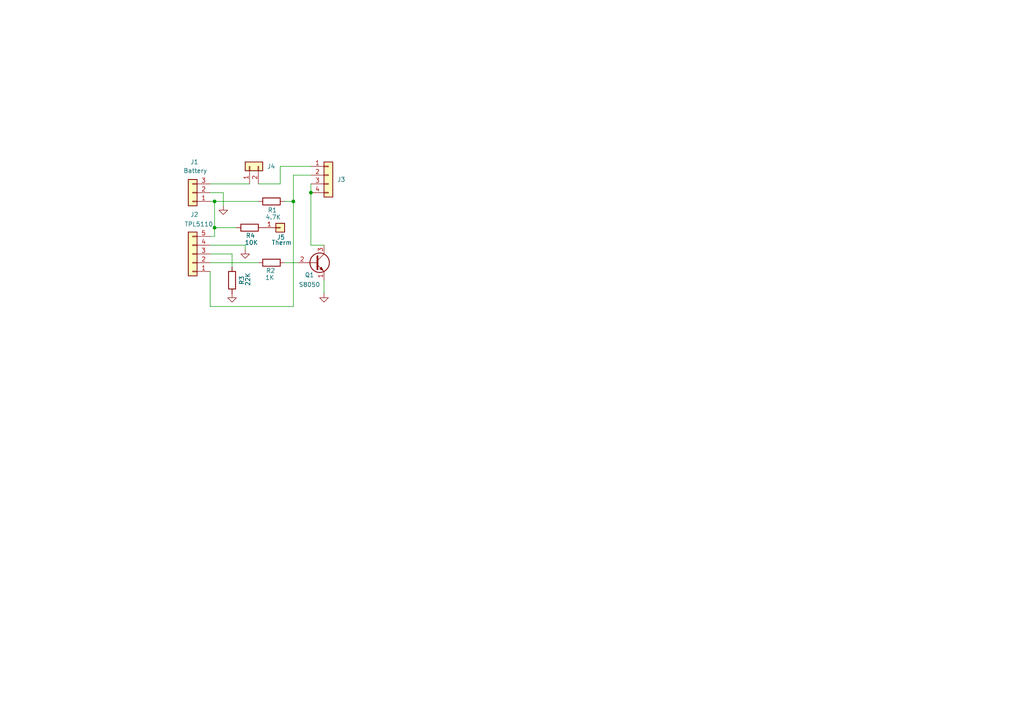
<source format=kicad_sch>
(kicad_sch
	(version 20250114)
	(generator "eeschema")
	(generator_version "9.0")
	(uuid "52b8e1c0-060e-4a7a-8f09-f02a4993825a")
	(paper "A4")
	(lib_symbols
		(symbol "Connector_Generic:Conn_01x01"
			(pin_names
				(offset 1.016)
				(hide yes)
			)
			(exclude_from_sim no)
			(in_bom yes)
			(on_board yes)
			(property "Reference" "J"
				(at 0 2.54 0)
				(effects
					(font
						(size 1.27 1.27)
					)
				)
			)
			(property "Value" "Conn_01x01"
				(at 0 -2.54 0)
				(effects
					(font
						(size 1.27 1.27)
					)
				)
			)
			(property "Footprint" ""
				(at 0 0 0)
				(effects
					(font
						(size 1.27 1.27)
					)
					(hide yes)
				)
			)
			(property "Datasheet" "~"
				(at 0 0 0)
				(effects
					(font
						(size 1.27 1.27)
					)
					(hide yes)
				)
			)
			(property "Description" "Generic connector, single row, 01x01, script generated (kicad-library-utils/schlib/autogen/connector/)"
				(at 0 0 0)
				(effects
					(font
						(size 1.27 1.27)
					)
					(hide yes)
				)
			)
			(property "ki_keywords" "connector"
				(at 0 0 0)
				(effects
					(font
						(size 1.27 1.27)
					)
					(hide yes)
				)
			)
			(property "ki_fp_filters" "Connector*:*_1x??_*"
				(at 0 0 0)
				(effects
					(font
						(size 1.27 1.27)
					)
					(hide yes)
				)
			)
			(symbol "Conn_01x01_1_1"
				(rectangle
					(start -1.27 1.27)
					(end 1.27 -1.27)
					(stroke
						(width 0.254)
						(type default)
					)
					(fill
						(type background)
					)
				)
				(rectangle
					(start -1.27 0.127)
					(end 0 -0.127)
					(stroke
						(width 0.1524)
						(type default)
					)
					(fill
						(type none)
					)
				)
				(pin passive line
					(at -5.08 0 0)
					(length 3.81)
					(name "Pin_1"
						(effects
							(font
								(size 1.27 1.27)
							)
						)
					)
					(number "1"
						(effects
							(font
								(size 1.27 1.27)
							)
						)
					)
				)
			)
			(embedded_fonts no)
		)
		(symbol "Connector_Generic:Conn_01x02"
			(pin_names
				(offset 1.016)
				(hide yes)
			)
			(exclude_from_sim no)
			(in_bom yes)
			(on_board yes)
			(property "Reference" "J"
				(at 0 2.54 0)
				(effects
					(font
						(size 1.27 1.27)
					)
				)
			)
			(property "Value" "Conn_01x02"
				(at 0 -5.08 0)
				(effects
					(font
						(size 1.27 1.27)
					)
				)
			)
			(property "Footprint" ""
				(at 0 0 0)
				(effects
					(font
						(size 1.27 1.27)
					)
					(hide yes)
				)
			)
			(property "Datasheet" "~"
				(at 0 0 0)
				(effects
					(font
						(size 1.27 1.27)
					)
					(hide yes)
				)
			)
			(property "Description" "Generic connector, single row, 01x02, script generated (kicad-library-utils/schlib/autogen/connector/)"
				(at 0 0 0)
				(effects
					(font
						(size 1.27 1.27)
					)
					(hide yes)
				)
			)
			(property "ki_keywords" "connector"
				(at 0 0 0)
				(effects
					(font
						(size 1.27 1.27)
					)
					(hide yes)
				)
			)
			(property "ki_fp_filters" "Connector*:*_1x??_*"
				(at 0 0 0)
				(effects
					(font
						(size 1.27 1.27)
					)
					(hide yes)
				)
			)
			(symbol "Conn_01x02_1_1"
				(rectangle
					(start -1.27 1.27)
					(end 1.27 -3.81)
					(stroke
						(width 0.254)
						(type default)
					)
					(fill
						(type background)
					)
				)
				(rectangle
					(start -1.27 0.127)
					(end 0 -0.127)
					(stroke
						(width 0.1524)
						(type default)
					)
					(fill
						(type none)
					)
				)
				(rectangle
					(start -1.27 -2.413)
					(end 0 -2.667)
					(stroke
						(width 0.1524)
						(type default)
					)
					(fill
						(type none)
					)
				)
				(pin passive line
					(at -5.08 0 0)
					(length 3.81)
					(name "Pin_1"
						(effects
							(font
								(size 1.27 1.27)
							)
						)
					)
					(number "1"
						(effects
							(font
								(size 1.27 1.27)
							)
						)
					)
				)
				(pin passive line
					(at -5.08 -2.54 0)
					(length 3.81)
					(name "Pin_2"
						(effects
							(font
								(size 1.27 1.27)
							)
						)
					)
					(number "2"
						(effects
							(font
								(size 1.27 1.27)
							)
						)
					)
				)
			)
			(embedded_fonts no)
		)
		(symbol "Connector_Generic:Conn_01x03"
			(pin_names
				(offset 1.016)
				(hide yes)
			)
			(exclude_from_sim no)
			(in_bom yes)
			(on_board yes)
			(property "Reference" "J"
				(at 0 5.08 0)
				(effects
					(font
						(size 1.27 1.27)
					)
				)
			)
			(property "Value" "Conn_01x03"
				(at 0 -5.08 0)
				(effects
					(font
						(size 1.27 1.27)
					)
				)
			)
			(property "Footprint" ""
				(at 0 0 0)
				(effects
					(font
						(size 1.27 1.27)
					)
					(hide yes)
				)
			)
			(property "Datasheet" "~"
				(at 0 0 0)
				(effects
					(font
						(size 1.27 1.27)
					)
					(hide yes)
				)
			)
			(property "Description" "Generic connector, single row, 01x03, script generated (kicad-library-utils/schlib/autogen/connector/)"
				(at 0 0 0)
				(effects
					(font
						(size 1.27 1.27)
					)
					(hide yes)
				)
			)
			(property "ki_keywords" "connector"
				(at 0 0 0)
				(effects
					(font
						(size 1.27 1.27)
					)
					(hide yes)
				)
			)
			(property "ki_fp_filters" "Connector*:*_1x??_*"
				(at 0 0 0)
				(effects
					(font
						(size 1.27 1.27)
					)
					(hide yes)
				)
			)
			(symbol "Conn_01x03_1_1"
				(rectangle
					(start -1.27 3.81)
					(end 1.27 -3.81)
					(stroke
						(width 0.254)
						(type default)
					)
					(fill
						(type background)
					)
				)
				(rectangle
					(start -1.27 2.667)
					(end 0 2.413)
					(stroke
						(width 0.1524)
						(type default)
					)
					(fill
						(type none)
					)
				)
				(rectangle
					(start -1.27 0.127)
					(end 0 -0.127)
					(stroke
						(width 0.1524)
						(type default)
					)
					(fill
						(type none)
					)
				)
				(rectangle
					(start -1.27 -2.413)
					(end 0 -2.667)
					(stroke
						(width 0.1524)
						(type default)
					)
					(fill
						(type none)
					)
				)
				(pin passive line
					(at -5.08 2.54 0)
					(length 3.81)
					(name "Pin_1"
						(effects
							(font
								(size 1.27 1.27)
							)
						)
					)
					(number "1"
						(effects
							(font
								(size 1.27 1.27)
							)
						)
					)
				)
				(pin passive line
					(at -5.08 0 0)
					(length 3.81)
					(name "Pin_2"
						(effects
							(font
								(size 1.27 1.27)
							)
						)
					)
					(number "2"
						(effects
							(font
								(size 1.27 1.27)
							)
						)
					)
				)
				(pin passive line
					(at -5.08 -2.54 0)
					(length 3.81)
					(name "Pin_3"
						(effects
							(font
								(size 1.27 1.27)
							)
						)
					)
					(number "3"
						(effects
							(font
								(size 1.27 1.27)
							)
						)
					)
				)
			)
			(embedded_fonts no)
		)
		(symbol "Connector_Generic:Conn_01x04"
			(pin_names
				(offset 1.016)
				(hide yes)
			)
			(exclude_from_sim no)
			(in_bom yes)
			(on_board yes)
			(property "Reference" "J"
				(at 0 5.08 0)
				(effects
					(font
						(size 1.27 1.27)
					)
				)
			)
			(property "Value" "Conn_01x04"
				(at 0 -7.62 0)
				(effects
					(font
						(size 1.27 1.27)
					)
				)
			)
			(property "Footprint" ""
				(at 0 0 0)
				(effects
					(font
						(size 1.27 1.27)
					)
					(hide yes)
				)
			)
			(property "Datasheet" "~"
				(at 0 0 0)
				(effects
					(font
						(size 1.27 1.27)
					)
					(hide yes)
				)
			)
			(property "Description" "Generic connector, single row, 01x04, script generated (kicad-library-utils/schlib/autogen/connector/)"
				(at 0 0 0)
				(effects
					(font
						(size 1.27 1.27)
					)
					(hide yes)
				)
			)
			(property "ki_keywords" "connector"
				(at 0 0 0)
				(effects
					(font
						(size 1.27 1.27)
					)
					(hide yes)
				)
			)
			(property "ki_fp_filters" "Connector*:*_1x??_*"
				(at 0 0 0)
				(effects
					(font
						(size 1.27 1.27)
					)
					(hide yes)
				)
			)
			(symbol "Conn_01x04_1_1"
				(rectangle
					(start -1.27 3.81)
					(end 1.27 -6.35)
					(stroke
						(width 0.254)
						(type default)
					)
					(fill
						(type background)
					)
				)
				(rectangle
					(start -1.27 2.667)
					(end 0 2.413)
					(stroke
						(width 0.1524)
						(type default)
					)
					(fill
						(type none)
					)
				)
				(rectangle
					(start -1.27 0.127)
					(end 0 -0.127)
					(stroke
						(width 0.1524)
						(type default)
					)
					(fill
						(type none)
					)
				)
				(rectangle
					(start -1.27 -2.413)
					(end 0 -2.667)
					(stroke
						(width 0.1524)
						(type default)
					)
					(fill
						(type none)
					)
				)
				(rectangle
					(start -1.27 -4.953)
					(end 0 -5.207)
					(stroke
						(width 0.1524)
						(type default)
					)
					(fill
						(type none)
					)
				)
				(pin passive line
					(at -5.08 2.54 0)
					(length 3.81)
					(name "Pin_1"
						(effects
							(font
								(size 1.27 1.27)
							)
						)
					)
					(number "1"
						(effects
							(font
								(size 1.27 1.27)
							)
						)
					)
				)
				(pin passive line
					(at -5.08 0 0)
					(length 3.81)
					(name "Pin_2"
						(effects
							(font
								(size 1.27 1.27)
							)
						)
					)
					(number "2"
						(effects
							(font
								(size 1.27 1.27)
							)
						)
					)
				)
				(pin passive line
					(at -5.08 -2.54 0)
					(length 3.81)
					(name "Pin_3"
						(effects
							(font
								(size 1.27 1.27)
							)
						)
					)
					(number "3"
						(effects
							(font
								(size 1.27 1.27)
							)
						)
					)
				)
				(pin passive line
					(at -5.08 -5.08 0)
					(length 3.81)
					(name "Pin_4"
						(effects
							(font
								(size 1.27 1.27)
							)
						)
					)
					(number "4"
						(effects
							(font
								(size 1.27 1.27)
							)
						)
					)
				)
			)
			(embedded_fonts no)
		)
		(symbol "Connector_Generic:Conn_01x05"
			(pin_names
				(offset 1.016)
				(hide yes)
			)
			(exclude_from_sim no)
			(in_bom yes)
			(on_board yes)
			(property "Reference" "J"
				(at 0 7.62 0)
				(effects
					(font
						(size 1.27 1.27)
					)
				)
			)
			(property "Value" "Conn_01x05"
				(at 0 -7.62 0)
				(effects
					(font
						(size 1.27 1.27)
					)
				)
			)
			(property "Footprint" ""
				(at 0 0 0)
				(effects
					(font
						(size 1.27 1.27)
					)
					(hide yes)
				)
			)
			(property "Datasheet" "~"
				(at 0 0 0)
				(effects
					(font
						(size 1.27 1.27)
					)
					(hide yes)
				)
			)
			(property "Description" "Generic connector, single row, 01x05, script generated (kicad-library-utils/schlib/autogen/connector/)"
				(at 0 0 0)
				(effects
					(font
						(size 1.27 1.27)
					)
					(hide yes)
				)
			)
			(property "ki_keywords" "connector"
				(at 0 0 0)
				(effects
					(font
						(size 1.27 1.27)
					)
					(hide yes)
				)
			)
			(property "ki_fp_filters" "Connector*:*_1x??_*"
				(at 0 0 0)
				(effects
					(font
						(size 1.27 1.27)
					)
					(hide yes)
				)
			)
			(symbol "Conn_01x05_1_1"
				(rectangle
					(start -1.27 6.35)
					(end 1.27 -6.35)
					(stroke
						(width 0.254)
						(type default)
					)
					(fill
						(type background)
					)
				)
				(rectangle
					(start -1.27 5.207)
					(end 0 4.953)
					(stroke
						(width 0.1524)
						(type default)
					)
					(fill
						(type none)
					)
				)
				(rectangle
					(start -1.27 2.667)
					(end 0 2.413)
					(stroke
						(width 0.1524)
						(type default)
					)
					(fill
						(type none)
					)
				)
				(rectangle
					(start -1.27 0.127)
					(end 0 -0.127)
					(stroke
						(width 0.1524)
						(type default)
					)
					(fill
						(type none)
					)
				)
				(rectangle
					(start -1.27 -2.413)
					(end 0 -2.667)
					(stroke
						(width 0.1524)
						(type default)
					)
					(fill
						(type none)
					)
				)
				(rectangle
					(start -1.27 -4.953)
					(end 0 -5.207)
					(stroke
						(width 0.1524)
						(type default)
					)
					(fill
						(type none)
					)
				)
				(pin passive line
					(at -5.08 5.08 0)
					(length 3.81)
					(name "Pin_1"
						(effects
							(font
								(size 1.27 1.27)
							)
						)
					)
					(number "1"
						(effects
							(font
								(size 1.27 1.27)
							)
						)
					)
				)
				(pin passive line
					(at -5.08 2.54 0)
					(length 3.81)
					(name "Pin_2"
						(effects
							(font
								(size 1.27 1.27)
							)
						)
					)
					(number "2"
						(effects
							(font
								(size 1.27 1.27)
							)
						)
					)
				)
				(pin passive line
					(at -5.08 0 0)
					(length 3.81)
					(name "Pin_3"
						(effects
							(font
								(size 1.27 1.27)
							)
						)
					)
					(number "3"
						(effects
							(font
								(size 1.27 1.27)
							)
						)
					)
				)
				(pin passive line
					(at -5.08 -2.54 0)
					(length 3.81)
					(name "Pin_4"
						(effects
							(font
								(size 1.27 1.27)
							)
						)
					)
					(number "4"
						(effects
							(font
								(size 1.27 1.27)
							)
						)
					)
				)
				(pin passive line
					(at -5.08 -5.08 0)
					(length 3.81)
					(name "Pin_5"
						(effects
							(font
								(size 1.27 1.27)
							)
						)
					)
					(number "5"
						(effects
							(font
								(size 1.27 1.27)
							)
						)
					)
				)
			)
			(embedded_fonts no)
		)
		(symbol "Device:R"
			(pin_numbers
				(hide yes)
			)
			(pin_names
				(offset 0)
			)
			(exclude_from_sim no)
			(in_bom yes)
			(on_board yes)
			(property "Reference" "R"
				(at 2.032 0 90)
				(effects
					(font
						(size 1.27 1.27)
					)
				)
			)
			(property "Value" "R"
				(at 0 0 90)
				(effects
					(font
						(size 1.27 1.27)
					)
				)
			)
			(property "Footprint" ""
				(at -1.778 0 90)
				(effects
					(font
						(size 1.27 1.27)
					)
					(hide yes)
				)
			)
			(property "Datasheet" "~"
				(at 0 0 0)
				(effects
					(font
						(size 1.27 1.27)
					)
					(hide yes)
				)
			)
			(property "Description" "Resistor"
				(at 0 0 0)
				(effects
					(font
						(size 1.27 1.27)
					)
					(hide yes)
				)
			)
			(property "ki_keywords" "R res resistor"
				(at 0 0 0)
				(effects
					(font
						(size 1.27 1.27)
					)
					(hide yes)
				)
			)
			(property "ki_fp_filters" "R_*"
				(at 0 0 0)
				(effects
					(font
						(size 1.27 1.27)
					)
					(hide yes)
				)
			)
			(symbol "R_0_1"
				(rectangle
					(start -1.016 -2.54)
					(end 1.016 2.54)
					(stroke
						(width 0.254)
						(type default)
					)
					(fill
						(type none)
					)
				)
			)
			(symbol "R_1_1"
				(pin passive line
					(at 0 3.81 270)
					(length 1.27)
					(name "~"
						(effects
							(font
								(size 1.27 1.27)
							)
						)
					)
					(number "1"
						(effects
							(font
								(size 1.27 1.27)
							)
						)
					)
				)
				(pin passive line
					(at 0 -3.81 90)
					(length 1.27)
					(name "~"
						(effects
							(font
								(size 1.27 1.27)
							)
						)
					)
					(number "2"
						(effects
							(font
								(size 1.27 1.27)
							)
						)
					)
				)
			)
			(embedded_fonts no)
		)
		(symbol "Transistor_BJT:S8050"
			(pin_names
				(offset 0)
				(hide yes)
			)
			(exclude_from_sim no)
			(in_bom yes)
			(on_board yes)
			(property "Reference" "Q"
				(at 5.08 1.905 0)
				(effects
					(font
						(size 1.27 1.27)
					)
					(justify left)
				)
			)
			(property "Value" "S8050"
				(at 5.08 0 0)
				(effects
					(font
						(size 1.27 1.27)
					)
					(justify left)
				)
			)
			(property "Footprint" "Package_TO_SOT_THT:TO-92_Inline"
				(at 5.08 -1.905 0)
				(effects
					(font
						(size 1.27 1.27)
						(italic yes)
					)
					(justify left)
					(hide yes)
				)
			)
			(property "Datasheet" "http://www.unisonic.com.tw/datasheet/S8050.pdf"
				(at 0 0 0)
				(effects
					(font
						(size 1.27 1.27)
					)
					(justify left)
					(hide yes)
				)
			)
			(property "Description" "0.7A Ic, 20V Vce, Low Voltage High Current NPN Transistor, TO-92"
				(at 0 0 0)
				(effects
					(font
						(size 1.27 1.27)
					)
					(hide yes)
				)
			)
			(property "ki_keywords" "S8050 NPN Low Voltage High Current Transistor"
				(at 0 0 0)
				(effects
					(font
						(size 1.27 1.27)
					)
					(hide yes)
				)
			)
			(property "ki_fp_filters" "TO?92*"
				(at 0 0 0)
				(effects
					(font
						(size 1.27 1.27)
					)
					(hide yes)
				)
			)
			(symbol "S8050_0_1"
				(polyline
					(pts
						(xy -2.54 0) (xy 0.635 0)
					)
					(stroke
						(width 0)
						(type default)
					)
					(fill
						(type none)
					)
				)
				(polyline
					(pts
						(xy 0.635 1.905) (xy 0.635 -1.905)
					)
					(stroke
						(width 0.508)
						(type default)
					)
					(fill
						(type none)
					)
				)
				(circle
					(center 1.27 0)
					(radius 2.8194)
					(stroke
						(width 0.254)
						(type default)
					)
					(fill
						(type none)
					)
				)
			)
			(symbol "S8050_1_1"
				(polyline
					(pts
						(xy 0.635 0.635) (xy 2.54 2.54)
					)
					(stroke
						(width 0)
						(type default)
					)
					(fill
						(type none)
					)
				)
				(polyline
					(pts
						(xy 0.635 -0.635) (xy 2.54 -2.54)
					)
					(stroke
						(width 0)
						(type default)
					)
					(fill
						(type none)
					)
				)
				(polyline
					(pts
						(xy 1.27 -1.778) (xy 1.778 -1.27) (xy 2.286 -2.286) (xy 1.27 -1.778)
					)
					(stroke
						(width 0)
						(type default)
					)
					(fill
						(type outline)
					)
				)
				(pin input line
					(at -5.08 0 0)
					(length 2.54)
					(name "B"
						(effects
							(font
								(size 1.27 1.27)
							)
						)
					)
					(number "2"
						(effects
							(font
								(size 1.27 1.27)
							)
						)
					)
				)
				(pin passive line
					(at 2.54 5.08 270)
					(length 2.54)
					(name "C"
						(effects
							(font
								(size 1.27 1.27)
							)
						)
					)
					(number "3"
						(effects
							(font
								(size 1.27 1.27)
							)
						)
					)
				)
				(pin passive line
					(at 2.54 -5.08 90)
					(length 2.54)
					(name "E"
						(effects
							(font
								(size 1.27 1.27)
							)
						)
					)
					(number "1"
						(effects
							(font
								(size 1.27 1.27)
							)
						)
					)
				)
			)
			(embedded_fonts no)
		)
		(symbol "power:GND"
			(power)
			(pin_numbers
				(hide yes)
			)
			(pin_names
				(offset 0)
				(hide yes)
			)
			(exclude_from_sim no)
			(in_bom yes)
			(on_board yes)
			(property "Reference" "#PWR"
				(at 0 -6.35 0)
				(effects
					(font
						(size 1.27 1.27)
					)
					(hide yes)
				)
			)
			(property "Value" "GND"
				(at 0 -3.81 0)
				(effects
					(font
						(size 1.27 1.27)
					)
				)
			)
			(property "Footprint" ""
				(at 0 0 0)
				(effects
					(font
						(size 1.27 1.27)
					)
					(hide yes)
				)
			)
			(property "Datasheet" ""
				(at 0 0 0)
				(effects
					(font
						(size 1.27 1.27)
					)
					(hide yes)
				)
			)
			(property "Description" "Power symbol creates a global label with name \"GND\" , ground"
				(at 0 0 0)
				(effects
					(font
						(size 1.27 1.27)
					)
					(hide yes)
				)
			)
			(property "ki_keywords" "global power"
				(at 0 0 0)
				(effects
					(font
						(size 1.27 1.27)
					)
					(hide yes)
				)
			)
			(symbol "GND_0_1"
				(polyline
					(pts
						(xy 0 0) (xy 0 -1.27) (xy 1.27 -1.27) (xy 0 -2.54) (xy -1.27 -1.27) (xy 0 -1.27)
					)
					(stroke
						(width 0)
						(type default)
					)
					(fill
						(type none)
					)
				)
			)
			(symbol "GND_1_1"
				(pin power_in line
					(at 0 0 270)
					(length 0)
					(name "~"
						(effects
							(font
								(size 1.27 1.27)
							)
						)
					)
					(number "1"
						(effects
							(font
								(size 1.27 1.27)
							)
						)
					)
				)
			)
			(embedded_fonts no)
		)
		(symbol "power:GND1"
			(power)
			(pin_numbers
				(hide yes)
			)
			(pin_names
				(offset 0)
				(hide yes)
			)
			(exclude_from_sim no)
			(in_bom yes)
			(on_board yes)
			(property "Reference" "#PWR"
				(at 0 -6.35 0)
				(effects
					(font
						(size 1.27 1.27)
					)
					(hide yes)
				)
			)
			(property "Value" "GND1"
				(at 0 -3.81 0)
				(effects
					(font
						(size 1.27 1.27)
					)
				)
			)
			(property "Footprint" ""
				(at 0 0 0)
				(effects
					(font
						(size 1.27 1.27)
					)
					(hide yes)
				)
			)
			(property "Datasheet" ""
				(at 0 0 0)
				(effects
					(font
						(size 1.27 1.27)
					)
					(hide yes)
				)
			)
			(property "Description" "Power symbol creates a global label with name \"GND1\" , ground"
				(at 0 0 0)
				(effects
					(font
						(size 1.27 1.27)
					)
					(hide yes)
				)
			)
			(property "ki_keywords" "global power"
				(at 0 0 0)
				(effects
					(font
						(size 1.27 1.27)
					)
					(hide yes)
				)
			)
			(symbol "GND1_0_1"
				(polyline
					(pts
						(xy 0 0) (xy 0 -1.27) (xy 1.27 -1.27) (xy 0 -2.54) (xy -1.27 -1.27) (xy 0 -1.27)
					)
					(stroke
						(width 0)
						(type default)
					)
					(fill
						(type none)
					)
				)
			)
			(symbol "GND1_1_1"
				(pin power_in line
					(at 0 0 270)
					(length 0)
					(name "~"
						(effects
							(font
								(size 1.27 1.27)
							)
						)
					)
					(number "1"
						(effects
							(font
								(size 1.27 1.27)
							)
						)
					)
				)
			)
			(embedded_fonts no)
		)
	)
	(junction
		(at 62.23 58.42)
		(diameter 0)
		(color 0 0 0 0)
		(uuid "2e1ccb2d-36ef-4cca-8edf-85c8064aca24")
	)
	(junction
		(at 90.17 55.88)
		(diameter 0)
		(color 0 0 0 0)
		(uuid "77a4fa65-b37a-4523-bd51-41fe549562fb")
	)
	(junction
		(at 85.09 58.42)
		(diameter 0)
		(color 0 0 0 0)
		(uuid "f0c5b50d-1cc4-4cf2-82cc-9d3dc5e25754")
	)
	(junction
		(at 62.23 66.04)
		(diameter 0)
		(color 0 0 0 0)
		(uuid "f4e99009-a4c1-45ee-bcef-0dd2611cc857")
	)
	(wire
		(pts
			(xy 93.98 85.09) (xy 93.98 81.28)
		)
		(stroke
			(width 0)
			(type default)
		)
		(uuid "0638a74b-7fe1-43e1-b751-3b1d8efe6c51")
	)
	(wire
		(pts
			(xy 62.23 68.58) (xy 60.96 68.58)
		)
		(stroke
			(width 0)
			(type default)
		)
		(uuid "145078a4-8c5a-40a8-86e3-246353628cc3")
	)
	(wire
		(pts
			(xy 67.31 73.66) (xy 67.31 77.47)
		)
		(stroke
			(width 0)
			(type default)
		)
		(uuid "1ede9112-a9c9-4cf6-814a-f67995d2afb5")
	)
	(wire
		(pts
			(xy 85.09 58.42) (xy 85.09 50.8)
		)
		(stroke
			(width 0)
			(type default)
		)
		(uuid "2fb1cba9-39ba-4454-8f4f-20b908ee0455")
	)
	(wire
		(pts
			(xy 85.09 58.42) (xy 85.09 88.9)
		)
		(stroke
			(width 0)
			(type default)
		)
		(uuid "302c6c46-1bbc-41fc-91e0-0408dc0c4d95")
	)
	(wire
		(pts
			(xy 64.77 55.88) (xy 60.96 55.88)
		)
		(stroke
			(width 0)
			(type default)
		)
		(uuid "30321cb7-8927-481a-8b12-430920232727")
	)
	(wire
		(pts
			(xy 81.28 48.26) (xy 90.17 48.26)
		)
		(stroke
			(width 0)
			(type default)
		)
		(uuid "3427158a-8b3b-4819-8752-f2210cd52cdd")
	)
	(wire
		(pts
			(xy 62.23 58.42) (xy 62.23 66.04)
		)
		(stroke
			(width 0)
			(type default)
		)
		(uuid "356e0731-4942-416c-b421-39bd81842aac")
	)
	(wire
		(pts
			(xy 60.96 73.66) (xy 67.31 73.66)
		)
		(stroke
			(width 0)
			(type default)
		)
		(uuid "39993cfd-24f3-4467-83c9-fb71fe0840ed")
	)
	(wire
		(pts
			(xy 90.17 71.12) (xy 93.98 71.12)
		)
		(stroke
			(width 0)
			(type default)
		)
		(uuid "3e1094fa-b777-42fc-a7ff-082ca6982903")
	)
	(wire
		(pts
			(xy 60.96 76.2) (xy 74.93 76.2)
		)
		(stroke
			(width 0)
			(type default)
		)
		(uuid "57849a5a-561d-469b-a6f0-fd49adc9c52c")
	)
	(wire
		(pts
			(xy 90.17 53.34) (xy 90.17 55.88)
		)
		(stroke
			(width 0)
			(type default)
		)
		(uuid "6a8ea6ed-46aa-4d2e-ae57-7407875f272b")
	)
	(wire
		(pts
			(xy 60.96 88.9) (xy 60.96 78.74)
		)
		(stroke
			(width 0)
			(type default)
		)
		(uuid "6cbeaf81-31c3-4e10-b425-d317e81e05c4")
	)
	(wire
		(pts
			(xy 64.77 55.88) (xy 64.77 59.69)
		)
		(stroke
			(width 0)
			(type default)
		)
		(uuid "71a029b1-47ff-4462-92f8-f7dbbf6070de")
	)
	(wire
		(pts
			(xy 62.23 58.42) (xy 74.93 58.42)
		)
		(stroke
			(width 0)
			(type default)
		)
		(uuid "78db0371-5f2f-4a3d-93da-d72b72a772bf")
	)
	(wire
		(pts
			(xy 81.28 53.34) (xy 81.28 48.26)
		)
		(stroke
			(width 0)
			(type default)
		)
		(uuid "7fd8a8fd-7b17-4e2d-aa87-dac474037cc6")
	)
	(wire
		(pts
			(xy 62.23 66.04) (xy 68.58 66.04)
		)
		(stroke
			(width 0)
			(type default)
		)
		(uuid "8d54ef64-9150-49a2-b6f4-b5d834ebb8cf")
	)
	(wire
		(pts
			(xy 60.96 53.34) (xy 72.39 53.34)
		)
		(stroke
			(width 0)
			(type default)
		)
		(uuid "b37d532d-7dc6-4b39-9362-f8e9d5336e14")
	)
	(wire
		(pts
			(xy 85.09 50.8) (xy 90.17 50.8)
		)
		(stroke
			(width 0)
			(type default)
		)
		(uuid "b75859f2-65de-4a09-9df7-28afba7b5848")
	)
	(wire
		(pts
			(xy 82.55 58.42) (xy 85.09 58.42)
		)
		(stroke
			(width 0)
			(type default)
		)
		(uuid "c5fe8d6a-01d6-4f8e-b6dc-0d87a41fce0e")
	)
	(wire
		(pts
			(xy 60.96 58.42) (xy 62.23 58.42)
		)
		(stroke
			(width 0)
			(type default)
		)
		(uuid "ccb89c26-0377-45dd-a502-b3fdeaa75fec")
	)
	(wire
		(pts
			(xy 85.09 88.9) (xy 60.96 88.9)
		)
		(stroke
			(width 0)
			(type default)
		)
		(uuid "cf45a140-9765-4bc0-b595-09264bfdbe95")
	)
	(wire
		(pts
			(xy 74.93 53.34) (xy 81.28 53.34)
		)
		(stroke
			(width 0)
			(type default)
		)
		(uuid "d3d0ef14-c69b-44b8-b85e-ed63c8e23c89")
	)
	(wire
		(pts
			(xy 71.12 71.12) (xy 71.12 72.39)
		)
		(stroke
			(width 0)
			(type default)
		)
		(uuid "d96062bd-e897-4e81-98c9-bc0a46d7714f")
	)
	(wire
		(pts
			(xy 60.96 71.12) (xy 71.12 71.12)
		)
		(stroke
			(width 0)
			(type default)
		)
		(uuid "eb7d024d-807e-427c-a03a-ec349f775e14")
	)
	(wire
		(pts
			(xy 62.23 66.04) (xy 62.23 68.58)
		)
		(stroke
			(width 0)
			(type default)
		)
		(uuid "ee63e7c3-da3b-45a4-97e0-ec381422caa6")
	)
	(wire
		(pts
			(xy 82.55 76.2) (xy 86.36 76.2)
		)
		(stroke
			(width 0)
			(type default)
		)
		(uuid "f6a4a399-fb21-4d25-9d59-5c485b5c8e45")
	)
	(wire
		(pts
			(xy 90.17 55.88) (xy 90.17 71.12)
		)
		(stroke
			(width 0)
			(type default)
		)
		(uuid "f72deacf-9149-4d11-94f0-4c1d71a8a796")
	)
	(symbol
		(lib_id "Device:R")
		(at 78.74 76.2 270)
		(unit 1)
		(exclude_from_sim no)
		(in_bom yes)
		(on_board yes)
		(dnp no)
		(uuid "0a5053c5-c436-40a1-9ba0-22b04791c575")
		(property "Reference" "R2"
			(at 78.486 78.486 90)
			(effects
				(font
					(size 1.27 1.27)
				)
			)
		)
		(property "Value" "1K"
			(at 78.232 80.518 90)
			(effects
				(font
					(size 1.27 1.27)
				)
			)
		)
		(property "Footprint" "Resistor_THT:R_Axial_DIN0207_L6.3mm_D2.5mm_P10.16mm_Horizontal"
			(at 78.74 74.422 90)
			(effects
				(font
					(size 1.27 1.27)
				)
				(hide yes)
			)
		)
		(property "Datasheet" "~"
			(at 78.74 76.2 0)
			(effects
				(font
					(size 1.27 1.27)
				)
				(hide yes)
			)
		)
		(property "Description" "Resistor"
			(at 78.74 76.2 0)
			(effects
				(font
					(size 1.27 1.27)
				)
				(hide yes)
			)
		)
		(pin "2"
			(uuid "834bce2a-37a2-406f-896c-4dd5698e94eb")
		)
		(pin "1"
			(uuid "3253b2c9-d908-4be4-b021-f5a70dfa12c0")
		)
		(instances
			(project "DWMCBoardV3"
				(path "/52b8e1c0-060e-4a7a-8f09-f02a4993825a"
					(reference "R2")
					(unit 1)
				)
			)
		)
	)
	(symbol
		(lib_id "Connector_Generic:Conn_01x04")
		(at 95.25 50.8 0)
		(unit 1)
		(exclude_from_sim no)
		(in_bom yes)
		(on_board yes)
		(dnp no)
		(fields_autoplaced yes)
		(uuid "14f9e0f5-40e4-400d-846c-ec94fe5279f0")
		(property "Reference" "J3"
			(at 97.79 52.0699 0)
			(effects
				(font
					(size 1.27 1.27)
				)
				(justify left)
			)
		)
		(property "Value" "Conn_01x04"
			(at 97.79 53.3399 0)
			(effects
				(font
					(size 1.27 1.27)
				)
				(justify left)
				(hide yes)
			)
		)
		(property "Footprint" "Connector_PinHeader_2.54mm:PinHeader_1x04_P2.54mm_Vertical"
			(at 95.25 50.8 0)
			(effects
				(font
					(size 1.27 1.27)
				)
				(hide yes)
			)
		)
		(property "Datasheet" "~"
			(at 95.25 50.8 0)
			(effects
				(font
					(size 1.27 1.27)
				)
				(hide yes)
			)
		)
		(property "Description" "Generic connector, single row, 01x04, script generated (kicad-library-utils/schlib/autogen/connector/)"
			(at 95.25 50.8 0)
			(effects
				(font
					(size 1.27 1.27)
				)
				(hide yes)
			)
		)
		(pin "2"
			(uuid "e52a799b-dd37-4615-8e33-a97a85145a4f")
		)
		(pin "1"
			(uuid "46d51c40-dfa4-4257-866d-ff4d8a44a308")
		)
		(pin "3"
			(uuid "8f58561b-e2c4-4c9f-b0d4-0ebea7f97c87")
		)
		(pin "4"
			(uuid "bd07675d-78ba-42b4-be74-d3860a0d5309")
		)
		(instances
			(project "DWMCBoardV3"
				(path "/52b8e1c0-060e-4a7a-8f09-f02a4993825a"
					(reference "J3")
					(unit 1)
				)
			)
		)
	)
	(symbol
		(lib_id "power:GND1")
		(at 64.77 59.69 0)
		(unit 1)
		(exclude_from_sim no)
		(in_bom yes)
		(on_board yes)
		(dnp no)
		(fields_autoplaced yes)
		(uuid "17953709-c7d7-4ab2-a381-3d94163103aa")
		(property "Reference" "#PWR04"
			(at 64.77 66.04 0)
			(effects
				(font
					(size 1.27 1.27)
				)
				(hide yes)
			)
		)
		(property "Value" "GND"
			(at 64.77 64.77 0)
			(effects
				(font
					(size 1.27 1.27)
				)
				(hide yes)
			)
		)
		(property "Footprint" ""
			(at 64.77 59.69 0)
			(effects
				(font
					(size 1.27 1.27)
				)
				(hide yes)
			)
		)
		(property "Datasheet" ""
			(at 64.77 59.69 0)
			(effects
				(font
					(size 1.27 1.27)
				)
				(hide yes)
			)
		)
		(property "Description" "Power symbol creates a global label with name \"GND1\" , ground"
			(at 64.77 59.69 0)
			(effects
				(font
					(size 1.27 1.27)
				)
				(hide yes)
			)
		)
		(pin "1"
			(uuid "64f1ef10-06c8-4515-8f9c-5f4e47adb202")
		)
		(instances
			(project "DWMCBoardV3"
				(path "/52b8e1c0-060e-4a7a-8f09-f02a4993825a"
					(reference "#PWR04")
					(unit 1)
				)
			)
		)
	)
	(symbol
		(lib_id "Connector_Generic:Conn_01x03")
		(at 55.88 55.88 180)
		(unit 1)
		(exclude_from_sim no)
		(in_bom yes)
		(on_board yes)
		(dnp no)
		(uuid "826c5f5c-ebda-45a0-9b19-1690b9da91ec")
		(property "Reference" "J1"
			(at 56.388 46.99 0)
			(effects
				(font
					(size 1.27 1.27)
				)
			)
		)
		(property "Value" "Battery"
			(at 56.642 49.53 0)
			(effects
				(font
					(size 1.27 1.27)
				)
			)
		)
		(property "Footprint" "Connector_PinHeader_2.54mm:PinHeader_1x03_P2.54mm_Vertical"
			(at 55.88 55.88 0)
			(effects
				(font
					(size 1.27 1.27)
				)
				(hide yes)
			)
		)
		(property "Datasheet" "~"
			(at 55.88 55.88 0)
			(effects
				(font
					(size 1.27 1.27)
				)
				(hide yes)
			)
		)
		(property "Description" "Generic connector, single row, 01x03, script generated (kicad-library-utils/schlib/autogen/connector/)"
			(at 55.88 55.88 0)
			(effects
				(font
					(size 1.27 1.27)
				)
				(hide yes)
			)
		)
		(pin "2"
			(uuid "eb27f577-0eb4-4174-9d79-7b26b9936306")
		)
		(pin "1"
			(uuid "8ca8710a-806f-4edc-aa7a-09183055f476")
		)
		(pin "3"
			(uuid "3df3f714-6cd5-4e0c-8629-9ec8ec0f091d")
		)
		(instances
			(project ""
				(path "/52b8e1c0-060e-4a7a-8f09-f02a4993825a"
					(reference "J1")
					(unit 1)
				)
			)
		)
	)
	(symbol
		(lib_id "Device:R")
		(at 72.39 66.04 270)
		(unit 1)
		(exclude_from_sim no)
		(in_bom yes)
		(on_board yes)
		(dnp no)
		(uuid "8a6d84ba-3980-4649-ba79-e1ec49c8e84a")
		(property "Reference" "R4"
			(at 72.644 68.326 90)
			(effects
				(font
					(size 1.27 1.27)
				)
			)
		)
		(property "Value" "10K"
			(at 72.898 70.358 90)
			(effects
				(font
					(size 1.27 1.27)
				)
			)
		)
		(property "Footprint" "Resistor_THT:R_Axial_DIN0207_L6.3mm_D2.5mm_P10.16mm_Horizontal"
			(at 72.39 64.262 90)
			(effects
				(font
					(size 1.27 1.27)
				)
				(hide yes)
			)
		)
		(property "Datasheet" "~"
			(at 72.39 66.04 0)
			(effects
				(font
					(size 1.27 1.27)
				)
				(hide yes)
			)
		)
		(property "Description" "Resistor"
			(at 72.39 66.04 0)
			(effects
				(font
					(size 1.27 1.27)
				)
				(hide yes)
			)
		)
		(pin "2"
			(uuid "f3ee6cd5-dcc2-49f4-868f-cf97a6e751a1")
		)
		(pin "1"
			(uuid "64a02af0-4e1c-4828-918f-6df001c213fe")
		)
		(instances
			(project "DWMCBoardV3"
				(path "/52b8e1c0-060e-4a7a-8f09-f02a4993825a"
					(reference "R4")
					(unit 1)
				)
			)
		)
	)
	(symbol
		(lib_id "Connector_Generic:Conn_01x01")
		(at 81.28 66.04 0)
		(unit 1)
		(exclude_from_sim no)
		(in_bom yes)
		(on_board yes)
		(dnp no)
		(uuid "8f9af7b8-73b7-42d9-9a15-c50d9c512bd5")
		(property "Reference" "J5"
			(at 80.264 68.834 0)
			(effects
				(font
					(size 1.27 1.27)
				)
				(justify left)
			)
		)
		(property "Value" "Therm"
			(at 78.74 70.358 0)
			(effects
				(font
					(size 1.27 1.27)
				)
				(justify left)
			)
		)
		(property "Footprint" "Connector_PinHeader_2.54mm:PinHeader_1x01_P2.54mm_Vertical"
			(at 81.28 66.04 0)
			(effects
				(font
					(size 1.27 1.27)
				)
				(hide yes)
			)
		)
		(property "Datasheet" "~"
			(at 81.28 66.04 0)
			(effects
				(font
					(size 1.27 1.27)
				)
				(hide yes)
			)
		)
		(property "Description" "Generic connector, single row, 01x01, script generated (kicad-library-utils/schlib/autogen/connector/)"
			(at 81.28 66.04 0)
			(effects
				(font
					(size 1.27 1.27)
				)
				(hide yes)
			)
		)
		(pin "1"
			(uuid "9d6ebb8d-f9c2-4977-bc97-2106c6c10ce2")
		)
		(instances
			(project ""
				(path "/52b8e1c0-060e-4a7a-8f09-f02a4993825a"
					(reference "J5")
					(unit 1)
				)
			)
		)
	)
	(symbol
		(lib_id "power:GND")
		(at 93.98 85.09 0)
		(unit 1)
		(exclude_from_sim no)
		(in_bom yes)
		(on_board yes)
		(dnp no)
		(fields_autoplaced yes)
		(uuid "a1be0f16-2a0a-4534-862a-cdd50739eaa6")
		(property "Reference" "#PWR01"
			(at 93.98 91.44 0)
			(effects
				(font
					(size 1.27 1.27)
				)
				(hide yes)
			)
		)
		(property "Value" "GND"
			(at 93.98 90.17 0)
			(effects
				(font
					(size 1.27 1.27)
				)
				(hide yes)
			)
		)
		(property "Footprint" ""
			(at 93.98 85.09 0)
			(effects
				(font
					(size 1.27 1.27)
				)
				(hide yes)
			)
		)
		(property "Datasheet" ""
			(at 93.98 85.09 0)
			(effects
				(font
					(size 1.27 1.27)
				)
				(hide yes)
			)
		)
		(property "Description" "Power symbol creates a global label with name \"GND\" , ground"
			(at 93.98 85.09 0)
			(effects
				(font
					(size 1.27 1.27)
				)
				(hide yes)
			)
		)
		(pin "1"
			(uuid "10085f88-67d5-46d2-b685-fdf3ed63104e")
		)
		(instances
			(project ""
				(path "/52b8e1c0-060e-4a7a-8f09-f02a4993825a"
					(reference "#PWR01")
					(unit 1)
				)
			)
		)
	)
	(symbol
		(lib_id "Transistor_BJT:S8050")
		(at 91.44 76.2 0)
		(unit 1)
		(exclude_from_sim no)
		(in_bom yes)
		(on_board yes)
		(dnp no)
		(uuid "ba331d9d-4b9b-4a15-a888-e46876ca2ef5")
		(property "Reference" "Q1"
			(at 88.392 79.756 0)
			(effects
				(font
					(size 1.27 1.27)
				)
				(justify left)
			)
		)
		(property "Value" "S8050"
			(at 86.614 82.55 0)
			(effects
				(font
					(size 1.27 1.27)
				)
				(justify left)
			)
		)
		(property "Footprint" "Package_TO_SOT_THT:TO-92_Inline"
			(at 96.52 78.105 0)
			(effects
				(font
					(size 1.27 1.27)
					(italic yes)
				)
				(justify left)
				(hide yes)
			)
		)
		(property "Datasheet" "http://www.unisonic.com.tw/datasheet/S8050.pdf"
			(at 91.44 76.2 0)
			(effects
				(font
					(size 1.27 1.27)
				)
				(justify left)
				(hide yes)
			)
		)
		(property "Description" "0.7A Ic, 20V Vce, Low Voltage High Current NPN Transistor, TO-92"
			(at 91.44 76.2 0)
			(effects
				(font
					(size 1.27 1.27)
				)
				(hide yes)
			)
		)
		(pin "3"
			(uuid "46bc499a-1262-43c9-a223-112515d76078")
		)
		(pin "2"
			(uuid "7e049565-186d-4fa9-bdc2-9292376a1480")
		)
		(pin "1"
			(uuid "ef0265fd-43e8-4286-8814-8e640886d5a5")
		)
		(instances
			(project ""
				(path "/52b8e1c0-060e-4a7a-8f09-f02a4993825a"
					(reference "Q1")
					(unit 1)
				)
			)
		)
	)
	(symbol
		(lib_id "power:GND1")
		(at 71.12 72.39 0)
		(unit 1)
		(exclude_from_sim no)
		(in_bom yes)
		(on_board yes)
		(dnp no)
		(uuid "c60e96df-869f-46ca-948b-6b591b7ed58f")
		(property "Reference" "#PWR03"
			(at 71.12 78.74 0)
			(effects
				(font
					(size 1.27 1.27)
				)
				(hide yes)
			)
		)
		(property "Value" "GND"
			(at 71.374 77.47 0)
			(effects
				(font
					(size 1.27 1.27)
				)
				(hide yes)
			)
		)
		(property "Footprint" ""
			(at 71.12 72.39 0)
			(effects
				(font
					(size 1.27 1.27)
				)
				(hide yes)
			)
		)
		(property "Datasheet" ""
			(at 71.12 72.39 0)
			(effects
				(font
					(size 1.27 1.27)
				)
				(hide yes)
			)
		)
		(property "Description" "Power symbol creates a global label with name \"GND1\" , ground"
			(at 71.12 72.39 0)
			(effects
				(font
					(size 1.27 1.27)
				)
				(hide yes)
			)
		)
		(pin "1"
			(uuid "dfb536f3-9ad7-4faa-8a41-57c3400737b2")
		)
		(instances
			(project "DWMCBoardV3"
				(path "/52b8e1c0-060e-4a7a-8f09-f02a4993825a"
					(reference "#PWR03")
					(unit 1)
				)
			)
		)
	)
	(symbol
		(lib_id "Device:R")
		(at 67.31 81.28 0)
		(unit 1)
		(exclude_from_sim no)
		(in_bom yes)
		(on_board yes)
		(dnp no)
		(uuid "cc7fa4a9-e69f-45a0-a11f-7e50f5da8137")
		(property "Reference" "R3"
			(at 70.104 81.28 90)
			(effects
				(font
					(size 1.27 1.27)
				)
			)
		)
		(property "Value" "22K"
			(at 71.882 81.026 90)
			(effects
				(font
					(size 1.27 1.27)
				)
			)
		)
		(property "Footprint" "Resistor_THT:R_Axial_DIN0207_L6.3mm_D2.5mm_P10.16mm_Horizontal"
			(at 65.532 81.28 90)
			(effects
				(font
					(size 1.27 1.27)
				)
				(hide yes)
			)
		)
		(property "Datasheet" "~"
			(at 67.31 81.28 0)
			(effects
				(font
					(size 1.27 1.27)
				)
				(hide yes)
			)
		)
		(property "Description" "Resistor"
			(at 67.31 81.28 0)
			(effects
				(font
					(size 1.27 1.27)
				)
				(hide yes)
			)
		)
		(pin "2"
			(uuid "c09fc680-8c0f-46cf-a737-3697b74c6c58")
		)
		(pin "1"
			(uuid "c6c80219-1dbd-403c-9b8c-92a36a6b7556")
		)
		(instances
			(project "DWMCBoardV3"
				(path "/52b8e1c0-060e-4a7a-8f09-f02a4993825a"
					(reference "R3")
					(unit 1)
				)
			)
		)
	)
	(symbol
		(lib_id "Connector_Generic:Conn_01x02")
		(at 72.39 48.26 90)
		(unit 1)
		(exclude_from_sim no)
		(in_bom yes)
		(on_board yes)
		(dnp no)
		(fields_autoplaced yes)
		(uuid "dc4e02ea-ea7b-4cf9-9d05-16e42bf07d2c")
		(property "Reference" "J4"
			(at 77.47 48.2599 90)
			(effects
				(font
					(size 1.27 1.27)
				)
				(justify right)
			)
		)
		(property "Value" "Conn_01x02"
			(at 74.9299 45.72 0)
			(effects
				(font
					(size 1.27 1.27)
				)
				(justify left)
				(hide yes)
			)
		)
		(property "Footprint" "Connector_PinHeader_2.54mm:PinHeader_1x02_P2.54mm_Vertical"
			(at 72.39 48.26 0)
			(effects
				(font
					(size 1.27 1.27)
				)
				(hide yes)
			)
		)
		(property "Datasheet" "~"
			(at 72.39 48.26 0)
			(effects
				(font
					(size 1.27 1.27)
				)
				(hide yes)
			)
		)
		(property "Description" "Generic connector, single row, 01x02, script generated (kicad-library-utils/schlib/autogen/connector/)"
			(at 72.39 48.26 0)
			(effects
				(font
					(size 1.27 1.27)
				)
				(hide yes)
			)
		)
		(pin "2"
			(uuid "6939d53b-ac26-4b6c-b157-53e9bcee3c2c")
		)
		(pin "1"
			(uuid "1724c716-0bc2-4a4c-bef6-2dc2caf842e1")
		)
		(instances
			(project ""
				(path "/52b8e1c0-060e-4a7a-8f09-f02a4993825a"
					(reference "J4")
					(unit 1)
				)
			)
		)
	)
	(symbol
		(lib_id "Device:R")
		(at 78.74 58.42 270)
		(unit 1)
		(exclude_from_sim no)
		(in_bom yes)
		(on_board yes)
		(dnp no)
		(uuid "e696f8dc-3a2d-45f3-b74d-88ffb0e9e708")
		(property "Reference" "R1"
			(at 78.994 60.96 90)
			(effects
				(font
					(size 1.27 1.27)
				)
			)
		)
		(property "Value" "4.7K"
			(at 79.248 62.992 90)
			(effects
				(font
					(size 1.27 1.27)
				)
			)
		)
		(property "Footprint" "Resistor_THT:R_Axial_DIN0207_L6.3mm_D2.5mm_P10.16mm_Horizontal"
			(at 78.74 56.642 90)
			(effects
				(font
					(size 1.27 1.27)
				)
				(hide yes)
			)
		)
		(property "Datasheet" "~"
			(at 78.74 58.42 0)
			(effects
				(font
					(size 1.27 1.27)
				)
				(hide yes)
			)
		)
		(property "Description" "Resistor"
			(at 78.74 58.42 0)
			(effects
				(font
					(size 1.27 1.27)
				)
				(hide yes)
			)
		)
		(pin "2"
			(uuid "26dd1b55-4754-42a3-a4bf-6c50c02adab4")
		)
		(pin "1"
			(uuid "89ab0861-f4ec-4850-88ba-b05e819cec79")
		)
		(instances
			(project ""
				(path "/52b8e1c0-060e-4a7a-8f09-f02a4993825a"
					(reference "R1")
					(unit 1)
				)
			)
		)
	)
	(symbol
		(lib_id "power:GND")
		(at 67.31 85.09 0)
		(unit 1)
		(exclude_from_sim no)
		(in_bom yes)
		(on_board yes)
		(dnp no)
		(fields_autoplaced yes)
		(uuid "eb0f8f19-1a07-453a-9b80-d0ea94d674e3")
		(property "Reference" "#PWR02"
			(at 67.31 91.44 0)
			(effects
				(font
					(size 1.27 1.27)
				)
				(hide yes)
			)
		)
		(property "Value" "GND"
			(at 67.31 90.17 0)
			(effects
				(font
					(size 1.27 1.27)
				)
				(hide yes)
			)
		)
		(property "Footprint" ""
			(at 67.31 85.09 0)
			(effects
				(font
					(size 1.27 1.27)
				)
				(hide yes)
			)
		)
		(property "Datasheet" ""
			(at 67.31 85.09 0)
			(effects
				(font
					(size 1.27 1.27)
				)
				(hide yes)
			)
		)
		(property "Description" "Power symbol creates a global label with name \"GND\" , ground"
			(at 67.31 85.09 0)
			(effects
				(font
					(size 1.27 1.27)
				)
				(hide yes)
			)
		)
		(pin "1"
			(uuid "31221d1c-da1b-4f6c-a430-610942d6b6cc")
		)
		(instances
			(project ""
				(path "/52b8e1c0-060e-4a7a-8f09-f02a4993825a"
					(reference "#PWR02")
					(unit 1)
				)
			)
		)
	)
	(symbol
		(lib_id "Connector_Generic:Conn_01x05")
		(at 55.88 73.66 180)
		(unit 1)
		(exclude_from_sim no)
		(in_bom yes)
		(on_board yes)
		(dnp no)
		(uuid "fad8829a-5730-4e3d-a34e-bb711118c100")
		(property "Reference" "J2"
			(at 56.388 62.23 0)
			(effects
				(font
					(size 1.27 1.27)
				)
			)
		)
		(property "Value" "TPL5110"
			(at 57.658 65.024 0)
			(effects
				(font
					(size 1.27 1.27)
				)
			)
		)
		(property "Footprint" "Connector_PinHeader_2.54mm:PinHeader_1x05_P2.54mm_Vertical"
			(at 55.88 73.66 0)
			(effects
				(font
					(size 1.27 1.27)
				)
				(hide yes)
			)
		)
		(property "Datasheet" "~"
			(at 55.88 73.66 0)
			(effects
				(font
					(size 1.27 1.27)
				)
				(hide yes)
			)
		)
		(property "Description" "Generic connector, single row, 01x05, script generated (kicad-library-utils/schlib/autogen/connector/)"
			(at 55.88 73.66 0)
			(effects
				(font
					(size 1.27 1.27)
				)
				(hide yes)
			)
		)
		(pin "1"
			(uuid "65889715-049c-4320-a10d-4c3dd683c164")
		)
		(pin "2"
			(uuid "a1e461be-a366-45ca-911a-7684980d4077")
		)
		(pin "3"
			(uuid "e1cefc4a-804c-4a10-8e4b-573000773e3b")
		)
		(pin "4"
			(uuid "c70282df-26fb-4186-bb26-842db7f8ab24")
		)
		(pin "5"
			(uuid "d836e645-de26-4a50-a769-73cc6643cc40")
		)
		(instances
			(project ""
				(path "/52b8e1c0-060e-4a7a-8f09-f02a4993825a"
					(reference "J2")
					(unit 1)
				)
			)
		)
	)
	(sheet_instances
		(path "/"
			(page "1")
		)
	)
	(embedded_fonts no)
)

</source>
